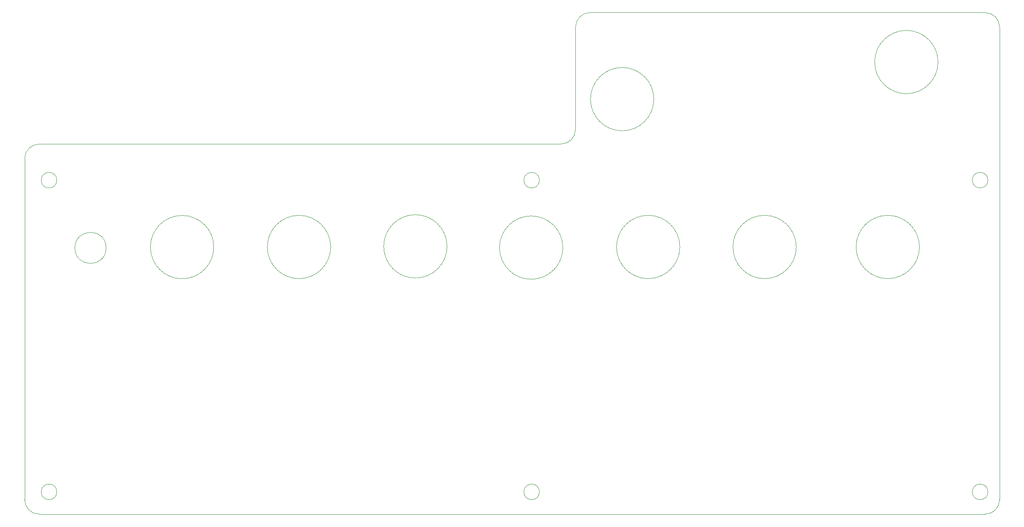
<source format=gm1>
G04 #@! TF.GenerationSoftware,KiCad,Pcbnew,8.0.8*
G04 #@! TF.CreationDate,2025-03-25T19:49:57+09:00*
G04 #@! TF.ProjectId,panelBoard,70616e65-6c42-46f6-9172-642e6b696361,rev?*
G04 #@! TF.SameCoordinates,Original*
G04 #@! TF.FileFunction,Profile,NP*
%FSLAX46Y46*%
G04 Gerber Fmt 4.6, Leading zero omitted, Abs format (unit mm)*
G04 Created by KiCad (PCBNEW 8.0.8) date 2025-03-25 19:49:57*
%MOMM*%
%LPD*%
G01*
G04 APERTURE LIST*
G04 #@! TA.AperFunction,Profile*
%ADD10C,0.050000*%
G04 #@! TD*
G04 #@! TA.AperFunction,Profile*
%ADD11C,0.100000*%
G04 #@! TD*
G04 APERTURE END LIST*
D10*
X97782000Y-101134000D02*
G75*
G02*
X84782000Y-101134000I-6500000J0D01*
G01*
X84782000Y-101134000D02*
G75*
G02*
X97782000Y-101134000I6500000J0D01*
G01*
D11*
X38000000Y-156000000D02*
G75*
G02*
X35000000Y-153000000I0J3000000D01*
G01*
X235000000Y-153000000D02*
G75*
G02*
X232000000Y-156000000I-3000000J0D01*
G01*
D10*
X41600000Y-151415000D02*
G75*
G02*
X38400000Y-151415000I-1600000J0D01*
G01*
X38400000Y-151415000D02*
G75*
G02*
X41600000Y-151415000I1600000J0D01*
G01*
X140600000Y-151415000D02*
G75*
G02*
X137400000Y-151415000I-1600000J0D01*
G01*
X137400000Y-151415000D02*
G75*
G02*
X140600000Y-151415000I1600000J0D01*
G01*
D11*
X232000000Y-156000000D02*
X38000000Y-156000000D01*
X38000000Y-80000000D02*
X140000000Y-80000000D01*
X35000000Y-83000000D02*
X35000000Y-153000000D01*
X151000000Y-53000000D02*
X232000000Y-53000000D01*
D10*
X140600000Y-87415000D02*
G75*
G02*
X137400000Y-87415000I-1600000J0D01*
G01*
X137400000Y-87415000D02*
G75*
G02*
X140600000Y-87415000I1600000J0D01*
G01*
D11*
X235000000Y-56000000D02*
X235000000Y-153000000D01*
D10*
X222369000Y-63161000D02*
G75*
G02*
X209369000Y-63161000I-6500000J0D01*
G01*
X209369000Y-63161000D02*
G75*
G02*
X222369000Y-63161000I6500000J0D01*
G01*
X73802000Y-101157000D02*
G75*
G02*
X60802000Y-101157000I-6500000J0D01*
G01*
X60802000Y-101157000D02*
G75*
G02*
X73802000Y-101157000I6500000J0D01*
G01*
D11*
X148000000Y-56000000D02*
G75*
G02*
X151000000Y-53000000I3000000J0D01*
G01*
D10*
X232600000Y-87415000D02*
G75*
G02*
X229400000Y-87415000I-1600000J0D01*
G01*
X229400000Y-87415000D02*
G75*
G02*
X232600000Y-87415000I1600000J0D01*
G01*
D11*
X35000000Y-83000000D02*
G75*
G02*
X38000000Y-80000000I3000000J0D01*
G01*
D10*
X169410000Y-101134000D02*
G75*
G02*
X156410000Y-101134000I-6500000J0D01*
G01*
X156410000Y-101134000D02*
G75*
G02*
X169410000Y-101134000I6500000J0D01*
G01*
D11*
X148000000Y-77000000D02*
X148000000Y-56000000D01*
D10*
X164076000Y-70781000D02*
G75*
G02*
X151076000Y-70781000I-6500000J0D01*
G01*
X151076000Y-70781000D02*
G75*
G02*
X164076000Y-70781000I6500000J0D01*
G01*
D11*
X232000000Y-53000000D02*
G75*
G02*
X235000000Y-56000000I0J-3000000D01*
G01*
D10*
X218559000Y-101134000D02*
G75*
G02*
X205559000Y-101134000I-6500000J0D01*
G01*
X205559000Y-101134000D02*
G75*
G02*
X218559000Y-101134000I6500000J0D01*
G01*
X51714700Y-101319500D02*
G75*
G02*
X45314700Y-101319500I-3200000J0D01*
G01*
X45314700Y-101319500D02*
G75*
G02*
X51714700Y-101319500I3200000J0D01*
G01*
X193286000Y-101134000D02*
G75*
G02*
X180286000Y-101134000I-6500000J0D01*
G01*
X180286000Y-101134000D02*
G75*
G02*
X193286000Y-101134000I6500000J0D01*
G01*
D11*
X140000000Y-80000000D02*
X145000000Y-80000000D01*
D10*
X145407000Y-101261000D02*
G75*
G02*
X132407000Y-101261000I-6500000J0D01*
G01*
X132407000Y-101261000D02*
G75*
G02*
X145407000Y-101261000I6500000J0D01*
G01*
X41600000Y-87415000D02*
G75*
G02*
X38400000Y-87415000I-1600000J0D01*
G01*
X38400000Y-87415000D02*
G75*
G02*
X41600000Y-87415000I1600000J0D01*
G01*
X121658000Y-101007000D02*
G75*
G02*
X108658000Y-101007000I-6500000J0D01*
G01*
X108658000Y-101007000D02*
G75*
G02*
X121658000Y-101007000I6500000J0D01*
G01*
X232600000Y-151415000D02*
G75*
G02*
X229400000Y-151415000I-1600000J0D01*
G01*
X229400000Y-151415000D02*
G75*
G02*
X232600000Y-151415000I1600000J0D01*
G01*
D11*
X148000000Y-77000000D02*
G75*
G02*
X145000000Y-80000000I-3000000J0D01*
G01*
M02*

</source>
